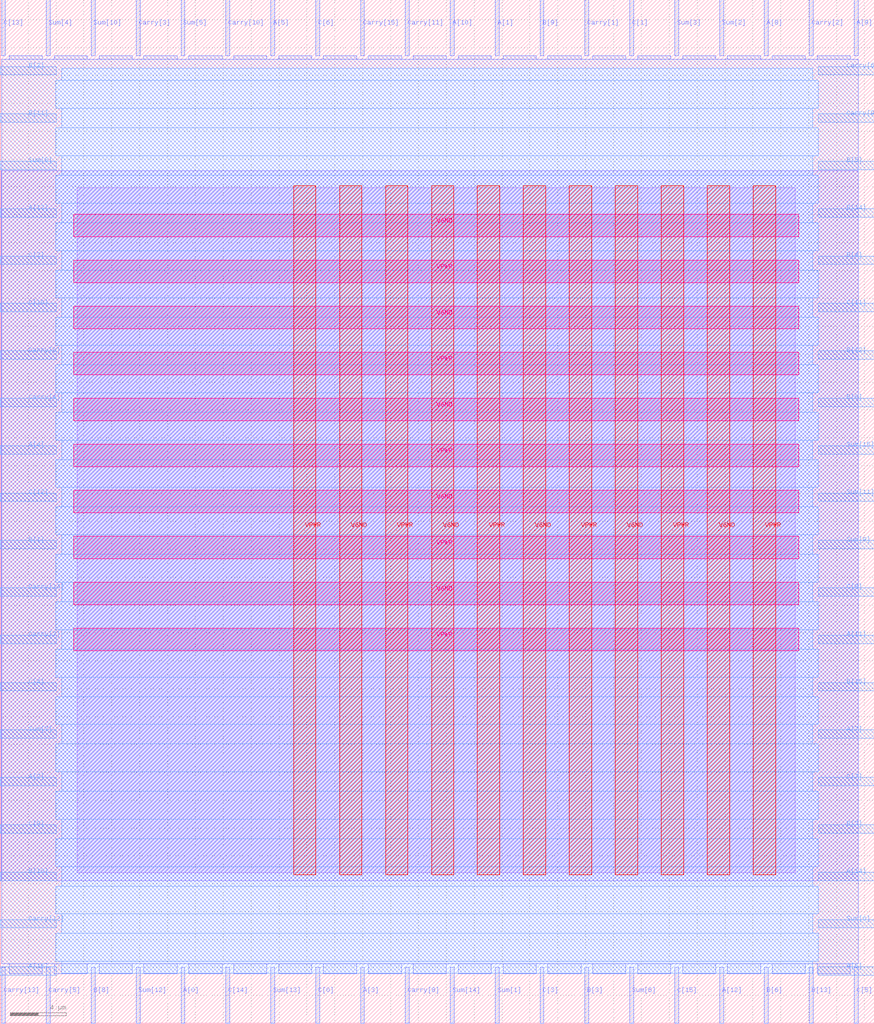
<source format=lef>
VERSION 5.7 ;
  NOWIREEXTENSIONATPIN ON ;
  DIVIDERCHAR "/" ;
  BUSBITCHARS "[]" ;
MACRO csa
  CLASS BLOCK ;
  FOREIGN csa ;
  ORIGIN 0.000 0.000 ;
  SIZE 62.705 BY 73.425 ;
  PIN A[0]
    DIRECTION INPUT ;
    USE SIGNAL ;
    ANTENNAGATEAREA 0.196500 ;
    PORT
      LAYER met2 ;
        RECT 12.970 0.000 13.250 4.000 ;
    END
  END A[0]
  PIN A[10]
    DIRECTION INPUT ;
    USE SIGNAL ;
    ANTENNAGATEAREA 0.196500 ;
    PORT
      LAYER met2 ;
        RECT 32.290 69.425 32.570 73.425 ;
    END
  END A[10]
  PIN A[11]
    DIRECTION INPUT ;
    USE SIGNAL ;
    ANTENNAGATEAREA 0.196500 ;
    PORT
      LAYER met3 ;
        RECT 58.705 27.240 62.705 27.840 ;
    END
  END A[11]
  PIN A[12]
    DIRECTION INPUT ;
    USE SIGNAL ;
    ANTENNAGATEAREA 0.126000 ;
    PORT
      LAYER met2 ;
        RECT 51.610 0.000 51.890 4.000 ;
    END
  END A[12]
  PIN A[13]
    DIRECTION INPUT ;
    USE SIGNAL ;
    ANTENNAGATEAREA 0.196500 ;
    PORT
      LAYER met3 ;
        RECT 0.000 57.840 4.000 58.440 ;
    END
  END A[13]
  PIN A[14]
    DIRECTION INPUT ;
    USE SIGNAL ;
    ANTENNAGATEAREA 0.196500 ;
    PORT
      LAYER met3 ;
        RECT 58.705 10.240 62.705 10.840 ;
    END
  END A[14]
  PIN A[15]
    DIRECTION INPUT ;
    USE SIGNAL ;
    ANTENNAGATEAREA 0.126000 ;
    PORT
      LAYER met3 ;
        RECT 0.000 3.440 4.000 4.040 ;
    END
  END A[15]
  PIN A[1]
    DIRECTION INPUT ;
    USE SIGNAL ;
    ANTENNAGATEAREA 0.196500 ;
    PORT
      LAYER met2 ;
        RECT 35.510 69.425 35.790 73.425 ;
    END
  END A[1]
  PIN A[2]
    DIRECTION INPUT ;
    USE SIGNAL ;
    ANTENNAGATEAREA 0.126000 ;
    PORT
      LAYER met3 ;
        RECT 0.000 17.040 4.000 17.640 ;
    END
  END A[2]
  PIN A[3]
    DIRECTION INPUT ;
    USE SIGNAL ;
    ANTENNAGATEAREA 0.196500 ;
    PORT
      LAYER met2 ;
        RECT 25.850 0.000 26.130 4.000 ;
    END
  END A[3]
  PIN A[4]
    DIRECTION INPUT ;
    USE SIGNAL ;
    ANTENNAGATEAREA 0.196500 ;
    PORT
      LAYER met3 ;
        RECT 0.000 40.840 4.000 41.440 ;
    END
  END A[4]
  PIN A[5]
    DIRECTION INPUT ;
    USE SIGNAL ;
    ANTENNAGATEAREA 0.196500 ;
    PORT
      LAYER met2 ;
        RECT 19.410 69.425 19.690 73.425 ;
    END
  END A[5]
  PIN A[6]
    DIRECTION INPUT ;
    USE SIGNAL ;
    ANTENNAGATEAREA 0.196500 ;
    PORT
      LAYER met3 ;
        RECT 58.705 3.440 62.705 4.040 ;
    END
  END A[6]
  PIN A[7]
    DIRECTION INPUT ;
    USE SIGNAL ;
    ANTENNAGATEAREA 0.196500 ;
    PORT
      LAYER met3 ;
        RECT 58.705 20.440 62.705 21.040 ;
    END
  END A[7]
  PIN A[8]
    DIRECTION INPUT ;
    USE SIGNAL ;
    ANTENNAGATEAREA 0.196500 ;
    PORT
      LAYER met2 ;
        RECT 54.830 69.425 55.110 73.425 ;
    END
  END A[8]
  PIN A[9]
    DIRECTION INPUT ;
    USE SIGNAL ;
    ANTENNAGATEAREA 0.196500 ;
    PORT
      LAYER met2 ;
        RECT 61.270 69.425 61.550 73.425 ;
    END
  END A[9]
  PIN B[0]
    DIRECTION INPUT ;
    USE SIGNAL ;
    ANTENNAGATEAREA 0.126000 ;
    PORT
      LAYER met3 ;
        RECT 58.705 44.240 62.705 44.840 ;
    END
  END B[0]
  PIN B[10]
    DIRECTION INPUT ;
    USE SIGNAL ;
    ANTENNAGATEAREA 0.196500 ;
    PORT
      LAYER met3 ;
        RECT 0.000 10.240 4.000 10.840 ;
    END
  END B[10]
  PIN B[11]
    DIRECTION INPUT ;
    USE SIGNAL ;
    ANTENNAGATEAREA 0.196500 ;
    PORT
      LAYER met3 ;
        RECT 0.000 64.640 4.000 65.240 ;
    END
  END B[11]
  PIN B[12]
    DIRECTION INPUT ;
    USE SIGNAL ;
    ANTENNAGATEAREA 0.126000 ;
    PORT
      LAYER met3 ;
        RECT 58.705 47.640 62.705 48.240 ;
    END
  END B[12]
  PIN B[13]
    DIRECTION INPUT ;
    USE SIGNAL ;
    ANTENNAGATEAREA 0.196500 ;
    PORT
      LAYER met2 ;
        RECT 58.050 0.000 58.330 4.000 ;
    END
  END B[13]
  PIN B[14]
    DIRECTION INPUT ;
    USE SIGNAL ;
    ANTENNAGATEAREA 0.126000 ;
    PORT
      LAYER met3 ;
        RECT 58.705 57.840 62.705 58.440 ;
    END
  END B[14]
  PIN B[15]
    DIRECTION INPUT ;
    USE SIGNAL ;
    ANTENNAGATEAREA 0.196500 ;
    PORT
      LAYER met3 ;
        RECT 58.705 23.840 62.705 24.440 ;
    END
  END B[15]
  PIN B[1]
    DIRECTION INPUT ;
    USE SIGNAL ;
    ANTENNAGATEAREA 0.196500 ;
    PORT
      LAYER met3 ;
        RECT 0.000 34.040 4.000 34.640 ;
    END
  END B[1]
  PIN B[2]
    DIRECTION INPUT ;
    USE SIGNAL ;
    ANTENNAGATEAREA 0.196500 ;
    PORT
      LAYER met3 ;
        RECT 0.000 68.040 4.000 68.640 ;
    END
  END B[2]
  PIN B[3]
    DIRECTION INPUT ;
    USE SIGNAL ;
    ANTENNAGATEAREA 0.196500 ;
    PORT
      LAYER met2 ;
        RECT 41.950 0.000 42.230 4.000 ;
    END
  END B[3]
  PIN B[4]
    DIRECTION INPUT ;
    USE SIGNAL ;
    ANTENNAGATEAREA 0.196500 ;
    PORT
      LAYER met3 ;
        RECT 58.705 54.440 62.705 55.040 ;
    END
  END B[4]
  PIN B[5]
    DIRECTION INPUT ;
    USE SIGNAL ;
    ANTENNAGATEAREA 0.196500 ;
    PORT
      LAYER met3 ;
        RECT 58.705 61.240 62.705 61.840 ;
    END
  END B[5]
  PIN B[6]
    DIRECTION INPUT ;
    USE SIGNAL ;
    ANTENNAGATEAREA 0.196500 ;
    PORT
      LAYER met2 ;
        RECT 54.830 0.000 55.110 4.000 ;
    END
  END B[6]
  PIN B[7]
    DIRECTION INPUT ;
    USE SIGNAL ;
    ANTENNAGATEAREA 0.196500 ;
    PORT
      LAYER met3 ;
        RECT 58.705 13.640 62.705 14.240 ;
    END
  END B[7]
  PIN B[8]
    DIRECTION INPUT ;
    USE SIGNAL ;
    ANTENNAGATEAREA 0.196500 ;
    PORT
      LAYER met2 ;
        RECT 6.530 0.000 6.810 4.000 ;
    END
  END B[8]
  PIN B[9]
    DIRECTION INPUT ;
    USE SIGNAL ;
    ANTENNAGATEAREA 0.196500 ;
    PORT
      LAYER met2 ;
        RECT 38.730 69.425 39.010 73.425 ;
    END
  END B[9]
  PIN C[0]
    DIRECTION INPUT ;
    USE SIGNAL ;
    ANTENNAGATEAREA 0.196500 ;
    PORT
      LAYER met2 ;
        RECT 22.630 0.000 22.910 4.000 ;
    END
  END C[0]
  PIN C[10]
    DIRECTION INPUT ;
    USE SIGNAL ;
    ANTENNAGATEAREA 0.196500 ;
    PORT
      LAYER met3 ;
        RECT 0.000 51.040 4.000 51.640 ;
    END
  END C[10]
  PIN C[11]
    DIRECTION INPUT ;
    USE SIGNAL ;
    ANTENNAGATEAREA 0.196500 ;
    PORT
      LAYER met3 ;
        RECT 58.705 51.040 62.705 51.640 ;
    END
  END C[11]
  PIN C[12]
    DIRECTION INPUT ;
    USE SIGNAL ;
    ANTENNAGATEAREA 0.196500 ;
    PORT
      LAYER met3 ;
        RECT 0.000 37.440 4.000 38.040 ;
    END
  END C[12]
  PIN C[13]
    DIRECTION INPUT ;
    USE SIGNAL ;
    ANTENNAGATEAREA 0.196500 ;
    PORT
      LAYER met2 ;
        RECT 0.090 69.425 0.370 73.425 ;
    END
  END C[13]
  PIN C[14]
    DIRECTION INPUT ;
    USE SIGNAL ;
    ANTENNAGATEAREA 0.196500 ;
    PORT
      LAYER met2 ;
        RECT 16.190 0.000 16.470 4.000 ;
    END
  END C[14]
  PIN C[15]
    DIRECTION INPUT ;
    USE SIGNAL ;
    ANTENNAGATEAREA 0.196500 ;
    PORT
      LAYER met2 ;
        RECT 48.390 0.000 48.670 4.000 ;
    END
  END C[15]
  PIN C[1]
    DIRECTION INPUT ;
    USE SIGNAL ;
    ANTENNAGATEAREA 0.196500 ;
    PORT
      LAYER met2 ;
        RECT 45.170 69.425 45.450 73.425 ;
    END
  END C[1]
  PIN C[2]
    DIRECTION INPUT ;
    USE SIGNAL ;
    ANTENNAGATEAREA 0.196500 ;
    PORT
      LAYER met3 ;
        RECT 0.000 54.440 4.000 55.040 ;
    END
  END C[2]
  PIN C[3]
    DIRECTION INPUT ;
    USE SIGNAL ;
    ANTENNAGATEAREA 0.196500 ;
    PORT
      LAYER met2 ;
        RECT 38.730 0.000 39.010 4.000 ;
    END
  END C[3]
  PIN C[4]
    DIRECTION INPUT ;
    USE SIGNAL ;
    ANTENNAGATEAREA 0.196500 ;
    PORT
      LAYER met3 ;
        RECT 0.000 23.840 4.000 24.440 ;
    END
  END C[4]
  PIN C[5]
    DIRECTION INPUT ;
    USE SIGNAL ;
    ANTENNAGATEAREA 0.196500 ;
    PORT
      LAYER met2 ;
        RECT 61.270 0.000 61.550 4.000 ;
    END
  END C[5]
  PIN C[6]
    DIRECTION INPUT ;
    USE SIGNAL ;
    ANTENNAGATEAREA 0.196500 ;
    PORT
      LAYER met2 ;
        RECT 22.630 69.425 22.910 73.425 ;
    END
  END C[6]
  PIN C[7]
    DIRECTION INPUT ;
    USE SIGNAL ;
    ANTENNAGATEAREA 0.196500 ;
    PORT
      LAYER met3 ;
        RECT 58.705 17.040 62.705 17.640 ;
    END
  END C[7]
  PIN C[8]
    DIRECTION INPUT ;
    USE SIGNAL ;
    ANTENNAGATEAREA 0.196500 ;
    PORT
      LAYER met3 ;
        RECT 58.705 30.640 62.705 31.240 ;
    END
  END C[8]
  PIN C[9]
    DIRECTION INPUT ;
    USE SIGNAL ;
    ANTENNAGATEAREA 0.196500 ;
    PORT
      LAYER met3 ;
        RECT 0.000 13.640 4.000 14.240 ;
    END
  END C[9]
  PIN Carry[0]
    DIRECTION OUTPUT TRISTATE ;
    USE SIGNAL ;
    ANTENNADIFFAREA 0.795200 ;
    PORT
      LAYER met3 ;
        RECT 0.000 47.640 4.000 48.240 ;
    END
  END Carry[0]
  PIN Carry[10]
    DIRECTION OUTPUT TRISTATE ;
    USE SIGNAL ;
    ANTENNADIFFAREA 0.795200 ;
    PORT
      LAYER met2 ;
        RECT 16.190 69.425 16.470 73.425 ;
    END
  END Carry[10]
  PIN Carry[11]
    DIRECTION OUTPUT TRISTATE ;
    USE SIGNAL ;
    ANTENNADIFFAREA 0.795200 ;
    PORT
      LAYER met2 ;
        RECT 29.070 69.425 29.350 73.425 ;
    END
  END Carry[11]
  PIN Carry[12]
    DIRECTION OUTPUT TRISTATE ;
    USE SIGNAL ;
    ANTENNADIFFAREA 0.795200 ;
    PORT
      LAYER met3 ;
        RECT 0.000 6.840 4.000 7.440 ;
    END
  END Carry[12]
  PIN Carry[13]
    DIRECTION OUTPUT TRISTATE ;
    USE SIGNAL ;
    ANTENNADIFFAREA 0.795200 ;
    PORT
      LAYER met2 ;
        RECT 0.090 0.000 0.370 4.000 ;
    END
  END Carry[13]
  PIN Carry[14]
    DIRECTION OUTPUT TRISTATE ;
    USE SIGNAL ;
    ANTENNADIFFAREA 0.795200 ;
    PORT
      LAYER met3 ;
        RECT 0.000 30.640 4.000 31.240 ;
    END
  END Carry[14]
  PIN Carry[15]
    DIRECTION OUTPUT TRISTATE ;
    USE SIGNAL ;
    ANTENNADIFFAREA 0.795200 ;
    PORT
      LAYER met2 ;
        RECT 25.850 69.425 26.130 73.425 ;
    END
  END Carry[15]
  PIN Carry[1]
    DIRECTION OUTPUT TRISTATE ;
    USE SIGNAL ;
    ANTENNADIFFAREA 0.795200 ;
    PORT
      LAYER met2 ;
        RECT 41.950 69.425 42.230 73.425 ;
    END
  END Carry[1]
  PIN Carry[2]
    DIRECTION OUTPUT TRISTATE ;
    USE SIGNAL ;
    ANTENNADIFFAREA 0.795200 ;
    PORT
      LAYER met2 ;
        RECT 58.050 69.425 58.330 73.425 ;
    END
  END Carry[2]
  PIN Carry[3]
    DIRECTION OUTPUT TRISTATE ;
    USE SIGNAL ;
    ANTENNADIFFAREA 0.795200 ;
    PORT
      LAYER met2 ;
        RECT 9.750 69.425 10.030 73.425 ;
    END
  END Carry[3]
  PIN Carry[4]
    DIRECTION OUTPUT TRISTATE ;
    USE SIGNAL ;
    ANTENNADIFFAREA 0.795200 ;
    PORT
      LAYER met3 ;
        RECT 0.000 44.240 4.000 44.840 ;
    END
  END Carry[4]
  PIN Carry[5]
    DIRECTION OUTPUT TRISTATE ;
    USE SIGNAL ;
    ANTENNADIFFAREA 0.795200 ;
    PORT
      LAYER met2 ;
        RECT 3.310 0.000 3.590 4.000 ;
    END
  END Carry[5]
  PIN Carry[6]
    DIRECTION OUTPUT TRISTATE ;
    USE SIGNAL ;
    ANTENNADIFFAREA 0.795200 ;
    PORT
      LAYER met3 ;
        RECT 58.705 68.040 62.705 68.640 ;
    END
  END Carry[6]
  PIN Carry[7]
    DIRECTION OUTPUT TRISTATE ;
    USE SIGNAL ;
    ANTENNADIFFAREA 0.795200 ;
    PORT
      LAYER met3 ;
        RECT 0.000 27.240 4.000 27.840 ;
    END
  END Carry[7]
  PIN Carry[8]
    DIRECTION OUTPUT TRISTATE ;
    USE SIGNAL ;
    ANTENNADIFFAREA 0.795200 ;
    PORT
      LAYER met2 ;
        RECT 29.070 0.000 29.350 4.000 ;
    END
  END Carry[8]
  PIN Carry[9]
    DIRECTION OUTPUT TRISTATE ;
    USE SIGNAL ;
    ANTENNADIFFAREA 0.795200 ;
    PORT
      LAYER met3 ;
        RECT 58.705 64.640 62.705 65.240 ;
    END
  END Carry[9]
  PIN Sum[0]
    DIRECTION OUTPUT TRISTATE ;
    USE SIGNAL ;
    ANTENNADIFFAREA 0.795200 ;
    PORT
      LAYER met3 ;
        RECT 58.705 6.840 62.705 7.440 ;
    END
  END Sum[0]
  PIN Sum[10]
    DIRECTION OUTPUT TRISTATE ;
    USE SIGNAL ;
    ANTENNADIFFAREA 0.795200 ;
    PORT
      LAYER met2 ;
        RECT 6.530 69.425 6.810 73.425 ;
    END
  END Sum[10]
  PIN Sum[11]
    DIRECTION OUTPUT TRISTATE ;
    USE SIGNAL ;
    ANTENNADIFFAREA 0.795200 ;
    PORT
      LAYER met3 ;
        RECT 58.705 37.440 62.705 38.040 ;
    END
  END Sum[11]
  PIN Sum[12]
    DIRECTION OUTPUT TRISTATE ;
    USE SIGNAL ;
    ANTENNADIFFAREA 0.795200 ;
    PORT
      LAYER met2 ;
        RECT 9.750 0.000 10.030 4.000 ;
    END
  END Sum[12]
  PIN Sum[13]
    DIRECTION OUTPUT TRISTATE ;
    USE SIGNAL ;
    ANTENNADIFFAREA 0.795200 ;
    PORT
      LAYER met2 ;
        RECT 19.410 0.000 19.690 4.000 ;
    END
  END Sum[13]
  PIN Sum[14]
    DIRECTION OUTPUT TRISTATE ;
    USE SIGNAL ;
    ANTENNADIFFAREA 0.795200 ;
    PORT
      LAYER met2 ;
        RECT 32.290 0.000 32.570 4.000 ;
    END
  END Sum[14]
  PIN Sum[15]
    DIRECTION OUTPUT TRISTATE ;
    USE SIGNAL ;
    ANTENNADIFFAREA 0.795200 ;
    PORT
      LAYER met3 ;
        RECT 58.705 40.840 62.705 41.440 ;
    END
  END Sum[15]
  PIN Sum[1]
    DIRECTION OUTPUT TRISTATE ;
    USE SIGNAL ;
    ANTENNADIFFAREA 0.795200 ;
    PORT
      LAYER met2 ;
        RECT 35.510 0.000 35.790 4.000 ;
    END
  END Sum[1]
  PIN Sum[2]
    DIRECTION OUTPUT TRISTATE ;
    USE SIGNAL ;
    ANTENNADIFFAREA 0.795200 ;
    PORT
      LAYER met2 ;
        RECT 51.610 69.425 51.890 73.425 ;
    END
  END Sum[2]
  PIN Sum[3]
    DIRECTION OUTPUT TRISTATE ;
    USE SIGNAL ;
    ANTENNADIFFAREA 0.795200 ;
    PORT
      LAYER met2 ;
        RECT 48.390 69.425 48.670 73.425 ;
    END
  END Sum[3]
  PIN Sum[4]
    DIRECTION OUTPUT TRISTATE ;
    USE SIGNAL ;
    ANTENNADIFFAREA 0.795200 ;
    PORT
      LAYER met2 ;
        RECT 3.310 69.425 3.590 73.425 ;
    END
  END Sum[4]
  PIN Sum[5]
    DIRECTION OUTPUT TRISTATE ;
    USE SIGNAL ;
    ANTENNADIFFAREA 0.795200 ;
    PORT
      LAYER met2 ;
        RECT 12.970 69.425 13.250 73.425 ;
    END
  END Sum[5]
  PIN Sum[6]
    DIRECTION OUTPUT TRISTATE ;
    USE SIGNAL ;
    ANTENNADIFFAREA 0.795200 ;
    PORT
      LAYER met2 ;
        RECT 45.170 0.000 45.450 4.000 ;
    END
  END Sum[6]
  PIN Sum[7]
    DIRECTION OUTPUT TRISTATE ;
    USE SIGNAL ;
    ANTENNADIFFAREA 0.795200 ;
    PORT
      LAYER met3 ;
        RECT 0.000 20.440 4.000 21.040 ;
    END
  END Sum[7]
  PIN Sum[8]
    DIRECTION OUTPUT TRISTATE ;
    USE SIGNAL ;
    ANTENNADIFFAREA 0.795200 ;
    PORT
      LAYER met3 ;
        RECT 0.000 61.240 4.000 61.840 ;
    END
  END Sum[8]
  PIN Sum[9]
    DIRECTION OUTPUT TRISTATE ;
    USE SIGNAL ;
    ANTENNADIFFAREA 0.795200 ;
    PORT
      LAYER met3 ;
        RECT 58.705 34.040 62.705 34.640 ;
    END
  END Sum[9]
  PIN VGND
    DIRECTION INOUT ;
    USE GROUND ;
    PORT
      LAYER met4 ;
        RECT 24.340 10.640 25.940 60.080 ;
    END
    PORT
      LAYER met4 ;
        RECT 30.940 10.640 32.540 60.080 ;
    END
    PORT
      LAYER met4 ;
        RECT 37.540 10.640 39.140 60.080 ;
    END
    PORT
      LAYER met4 ;
        RECT 44.140 10.640 45.740 60.080 ;
    END
    PORT
      LAYER met4 ;
        RECT 50.740 10.640 52.340 60.080 ;
    END
    PORT
      LAYER met5 ;
        RECT 5.280 30.030 57.280 31.630 ;
    END
    PORT
      LAYER met5 ;
        RECT 5.280 36.630 57.280 38.230 ;
    END
    PORT
      LAYER met5 ;
        RECT 5.280 43.230 57.280 44.830 ;
    END
    PORT
      LAYER met5 ;
        RECT 5.280 49.830 57.280 51.430 ;
    END
    PORT
      LAYER met5 ;
        RECT 5.280 56.430 57.280 58.030 ;
    END
  END VGND
  PIN VPWR
    DIRECTION INOUT ;
    USE POWER ;
    PORT
      LAYER met4 ;
        RECT 21.040 10.640 22.640 60.080 ;
    END
    PORT
      LAYER met4 ;
        RECT 27.640 10.640 29.240 60.080 ;
    END
    PORT
      LAYER met4 ;
        RECT 34.240 10.640 35.840 60.080 ;
    END
    PORT
      LAYER met4 ;
        RECT 40.840 10.640 42.440 60.080 ;
    END
    PORT
      LAYER met4 ;
        RECT 47.440 10.640 49.040 60.080 ;
    END
    PORT
      LAYER met4 ;
        RECT 54.040 10.640 55.640 60.080 ;
    END
    PORT
      LAYER met5 ;
        RECT 5.280 26.730 57.280 28.330 ;
    END
    PORT
      LAYER met5 ;
        RECT 5.280 33.330 57.280 34.930 ;
    END
    PORT
      LAYER met5 ;
        RECT 5.280 39.930 57.280 41.530 ;
    END
    PORT
      LAYER met5 ;
        RECT 5.280 46.530 57.280 48.130 ;
    END
    PORT
      LAYER met5 ;
        RECT 5.280 53.130 57.280 54.730 ;
    END
  END VPWR
  OBS
      LAYER li1 ;
        RECT 5.520 10.795 57.040 59.925 ;
      LAYER met1 ;
        RECT 0.070 10.240 61.570 61.160 ;
      LAYER met2 ;
        RECT 0.650 69.145 3.030 69.425 ;
        RECT 3.870 69.145 6.250 69.425 ;
        RECT 7.090 69.145 9.470 69.425 ;
        RECT 10.310 69.145 12.690 69.425 ;
        RECT 13.530 69.145 15.910 69.425 ;
        RECT 16.750 69.145 19.130 69.425 ;
        RECT 19.970 69.145 22.350 69.425 ;
        RECT 23.190 69.145 25.570 69.425 ;
        RECT 26.410 69.145 28.790 69.425 ;
        RECT 29.630 69.145 32.010 69.425 ;
        RECT 32.850 69.145 35.230 69.425 ;
        RECT 36.070 69.145 38.450 69.425 ;
        RECT 39.290 69.145 41.670 69.425 ;
        RECT 42.510 69.145 44.890 69.425 ;
        RECT 45.730 69.145 48.110 69.425 ;
        RECT 48.950 69.145 51.330 69.425 ;
        RECT 52.170 69.145 54.550 69.425 ;
        RECT 55.390 69.145 57.770 69.425 ;
        RECT 58.610 69.145 60.990 69.425 ;
        RECT 0.100 4.280 61.540 69.145 ;
        RECT 0.650 3.555 3.030 4.280 ;
        RECT 3.870 3.555 6.250 4.280 ;
        RECT 7.090 3.555 9.470 4.280 ;
        RECT 10.310 3.555 12.690 4.280 ;
        RECT 13.530 3.555 15.910 4.280 ;
        RECT 16.750 3.555 19.130 4.280 ;
        RECT 19.970 3.555 22.350 4.280 ;
        RECT 23.190 3.555 25.570 4.280 ;
        RECT 26.410 3.555 28.790 4.280 ;
        RECT 29.630 3.555 32.010 4.280 ;
        RECT 32.850 3.555 35.230 4.280 ;
        RECT 36.070 3.555 38.450 4.280 ;
        RECT 39.290 3.555 41.670 4.280 ;
        RECT 42.510 3.555 44.890 4.280 ;
        RECT 45.730 3.555 48.110 4.280 ;
        RECT 48.950 3.555 51.330 4.280 ;
        RECT 52.170 3.555 54.550 4.280 ;
        RECT 55.390 3.555 57.770 4.280 ;
        RECT 58.610 3.555 60.990 4.280 ;
      LAYER met3 ;
        RECT 4.400 67.640 58.305 68.505 ;
        RECT 3.990 65.640 58.705 67.640 ;
        RECT 4.400 64.240 58.305 65.640 ;
        RECT 3.990 62.240 58.705 64.240 ;
        RECT 4.400 60.840 58.305 62.240 ;
        RECT 3.990 58.840 58.705 60.840 ;
        RECT 4.400 57.440 58.305 58.840 ;
        RECT 3.990 55.440 58.705 57.440 ;
        RECT 4.400 54.040 58.305 55.440 ;
        RECT 3.990 52.040 58.705 54.040 ;
        RECT 4.400 50.640 58.305 52.040 ;
        RECT 3.990 48.640 58.705 50.640 ;
        RECT 4.400 47.240 58.305 48.640 ;
        RECT 3.990 45.240 58.705 47.240 ;
        RECT 4.400 43.840 58.305 45.240 ;
        RECT 3.990 41.840 58.705 43.840 ;
        RECT 4.400 40.440 58.305 41.840 ;
        RECT 3.990 38.440 58.705 40.440 ;
        RECT 4.400 37.040 58.305 38.440 ;
        RECT 3.990 35.040 58.705 37.040 ;
        RECT 4.400 33.640 58.305 35.040 ;
        RECT 3.990 31.640 58.705 33.640 ;
        RECT 4.400 30.240 58.305 31.640 ;
        RECT 3.990 28.240 58.705 30.240 ;
        RECT 4.400 26.840 58.305 28.240 ;
        RECT 3.990 24.840 58.705 26.840 ;
        RECT 4.400 23.440 58.305 24.840 ;
        RECT 3.990 21.440 58.705 23.440 ;
        RECT 4.400 20.040 58.305 21.440 ;
        RECT 3.990 18.040 58.705 20.040 ;
        RECT 4.400 16.640 58.305 18.040 ;
        RECT 3.990 14.640 58.705 16.640 ;
        RECT 4.400 13.240 58.305 14.640 ;
        RECT 3.990 11.240 58.705 13.240 ;
        RECT 4.400 9.840 58.305 11.240 ;
        RECT 3.990 7.840 58.705 9.840 ;
        RECT 4.400 6.440 58.305 7.840 ;
        RECT 3.990 4.440 58.705 6.440 ;
        RECT 4.400 3.575 58.305 4.440 ;
  END
END csa
END LIBRARY


</source>
